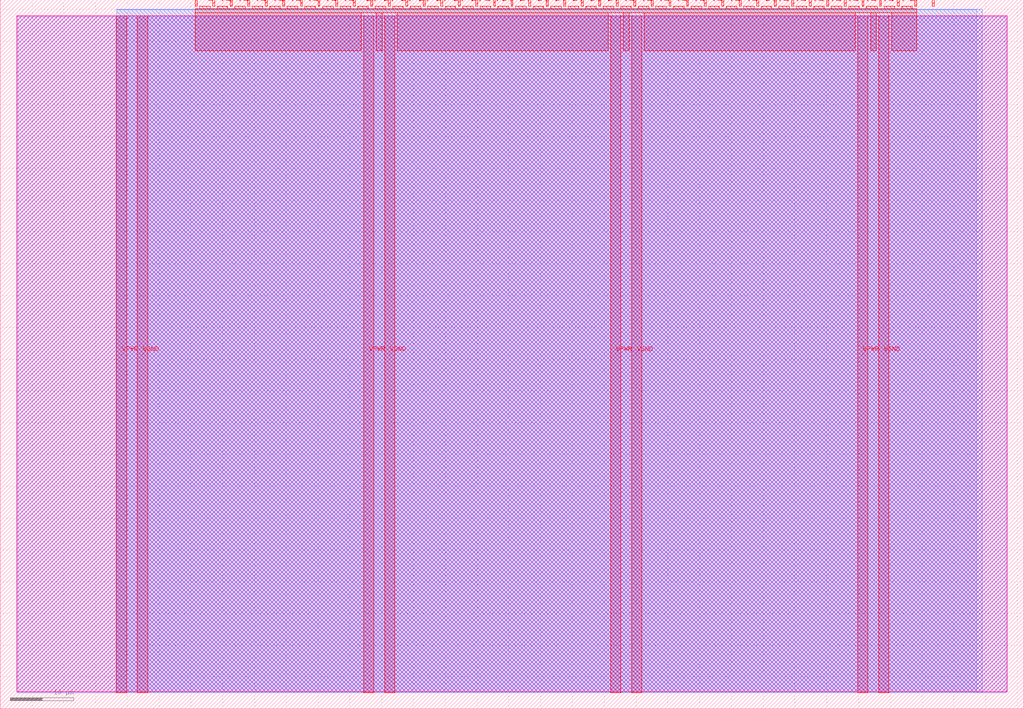
<source format=lef>
VERSION 5.7 ;
  NOWIREEXTENSIONATPIN ON ;
  DIVIDERCHAR "/" ;
  BUSBITCHARS "[]" ;
MACRO tt_um_zedulo_spitest1
  CLASS BLOCK ;
  FOREIGN tt_um_zedulo_spitest1 ;
  ORIGIN 0.000 0.000 ;
  SIZE 161.000 BY 111.520 ;
  PIN VGND
    DIRECTION INOUT ;
    USE GROUND ;
    PORT
      LAYER met4 ;
        RECT 21.580 2.480 23.180 109.040 ;
    END
    PORT
      LAYER met4 ;
        RECT 60.450 2.480 62.050 109.040 ;
    END
    PORT
      LAYER met4 ;
        RECT 99.320 2.480 100.920 109.040 ;
    END
    PORT
      LAYER met4 ;
        RECT 138.190 2.480 139.790 109.040 ;
    END
  END VGND
  PIN VPWR
    DIRECTION INOUT ;
    USE POWER ;
    PORT
      LAYER met4 ;
        RECT 18.280 2.480 19.880 109.040 ;
    END
    PORT
      LAYER met4 ;
        RECT 57.150 2.480 58.750 109.040 ;
    END
    PORT
      LAYER met4 ;
        RECT 96.020 2.480 97.620 109.040 ;
    END
    PORT
      LAYER met4 ;
        RECT 134.890 2.480 136.490 109.040 ;
    END
  END VPWR
  PIN clk
    DIRECTION INPUT ;
    USE SIGNAL ;
    ANTENNAGATEAREA 0.852000 ;
    PORT
      LAYER met4 ;
        RECT 143.830 110.520 144.130 111.520 ;
    END
  END clk
  PIN ena
    DIRECTION INPUT ;
    USE SIGNAL ;
    PORT
      LAYER met4 ;
        RECT 146.590 110.520 146.890 111.520 ;
    END
  END ena
  PIN rst_n
    DIRECTION INPUT ;
    USE SIGNAL ;
    ANTENNAGATEAREA 0.126000 ;
    PORT
      LAYER met4 ;
        RECT 141.070 110.520 141.370 111.520 ;
    END
  END rst_n
  PIN ui_in[0]
    DIRECTION INPUT ;
    USE SIGNAL ;
    ANTENNAGATEAREA 0.196500 ;
    PORT
      LAYER met4 ;
        RECT 138.310 110.520 138.610 111.520 ;
    END
  END ui_in[0]
  PIN ui_in[1]
    DIRECTION INPUT ;
    USE SIGNAL ;
    ANTENNAGATEAREA 0.196500 ;
    PORT
      LAYER met4 ;
        RECT 135.550 110.520 135.850 111.520 ;
    END
  END ui_in[1]
  PIN ui_in[2]
    DIRECTION INPUT ;
    USE SIGNAL ;
    ANTENNAGATEAREA 0.196500 ;
    PORT
      LAYER met4 ;
        RECT 132.790 110.520 133.090 111.520 ;
    END
  END ui_in[2]
  PIN ui_in[3]
    DIRECTION INPUT ;
    USE SIGNAL ;
    PORT
      LAYER met4 ;
        RECT 130.030 110.520 130.330 111.520 ;
    END
  END ui_in[3]
  PIN ui_in[4]
    DIRECTION INPUT ;
    USE SIGNAL ;
    PORT
      LAYER met4 ;
        RECT 127.270 110.520 127.570 111.520 ;
    END
  END ui_in[4]
  PIN ui_in[5]
    DIRECTION INPUT ;
    USE SIGNAL ;
    PORT
      LAYER met4 ;
        RECT 124.510 110.520 124.810 111.520 ;
    END
  END ui_in[5]
  PIN ui_in[6]
    DIRECTION INPUT ;
    USE SIGNAL ;
    PORT
      LAYER met4 ;
        RECT 121.750 110.520 122.050 111.520 ;
    END
  END ui_in[6]
  PIN ui_in[7]
    DIRECTION INPUT ;
    USE SIGNAL ;
    PORT
      LAYER met4 ;
        RECT 118.990 110.520 119.290 111.520 ;
    END
  END ui_in[7]
  PIN uio_in[0]
    DIRECTION INPUT ;
    USE SIGNAL ;
    PORT
      LAYER met4 ;
        RECT 116.230 110.520 116.530 111.520 ;
    END
  END uio_in[0]
  PIN uio_in[1]
    DIRECTION INPUT ;
    USE SIGNAL ;
    PORT
      LAYER met4 ;
        RECT 113.470 110.520 113.770 111.520 ;
    END
  END uio_in[1]
  PIN uio_in[2]
    DIRECTION INPUT ;
    USE SIGNAL ;
    PORT
      LAYER met4 ;
        RECT 110.710 110.520 111.010 111.520 ;
    END
  END uio_in[2]
  PIN uio_in[3]
    DIRECTION INPUT ;
    USE SIGNAL ;
    PORT
      LAYER met4 ;
        RECT 107.950 110.520 108.250 111.520 ;
    END
  END uio_in[3]
  PIN uio_in[4]
    DIRECTION INPUT ;
    USE SIGNAL ;
    PORT
      LAYER met4 ;
        RECT 105.190 110.520 105.490 111.520 ;
    END
  END uio_in[4]
  PIN uio_in[5]
    DIRECTION INPUT ;
    USE SIGNAL ;
    PORT
      LAYER met4 ;
        RECT 102.430 110.520 102.730 111.520 ;
    END
  END uio_in[5]
  PIN uio_in[6]
    DIRECTION INPUT ;
    USE SIGNAL ;
    PORT
      LAYER met4 ;
        RECT 99.670 110.520 99.970 111.520 ;
    END
  END uio_in[6]
  PIN uio_in[7]
    DIRECTION INPUT ;
    USE SIGNAL ;
    PORT
      LAYER met4 ;
        RECT 96.910 110.520 97.210 111.520 ;
    END
  END uio_in[7]
  PIN uio_oe[0]
    DIRECTION OUTPUT ;
    USE SIGNAL ;
    PORT
      LAYER met4 ;
        RECT 49.990 110.520 50.290 111.520 ;
    END
  END uio_oe[0]
  PIN uio_oe[1]
    DIRECTION OUTPUT ;
    USE SIGNAL ;
    PORT
      LAYER met4 ;
        RECT 47.230 110.520 47.530 111.520 ;
    END
  END uio_oe[1]
  PIN uio_oe[2]
    DIRECTION OUTPUT ;
    USE SIGNAL ;
    PORT
      LAYER met4 ;
        RECT 44.470 110.520 44.770 111.520 ;
    END
  END uio_oe[2]
  PIN uio_oe[3]
    DIRECTION OUTPUT ;
    USE SIGNAL ;
    PORT
      LAYER met4 ;
        RECT 41.710 110.520 42.010 111.520 ;
    END
  END uio_oe[3]
  PIN uio_oe[4]
    DIRECTION OUTPUT ;
    USE SIGNAL ;
    PORT
      LAYER met4 ;
        RECT 38.950 110.520 39.250 111.520 ;
    END
  END uio_oe[4]
  PIN uio_oe[5]
    DIRECTION OUTPUT ;
    USE SIGNAL ;
    PORT
      LAYER met4 ;
        RECT 36.190 110.520 36.490 111.520 ;
    END
  END uio_oe[5]
  PIN uio_oe[6]
    DIRECTION OUTPUT ;
    USE SIGNAL ;
    PORT
      LAYER met4 ;
        RECT 33.430 110.520 33.730 111.520 ;
    END
  END uio_oe[6]
  PIN uio_oe[7]
    DIRECTION OUTPUT ;
    USE SIGNAL ;
    PORT
      LAYER met4 ;
        RECT 30.670 110.520 30.970 111.520 ;
    END
  END uio_oe[7]
  PIN uio_out[0]
    DIRECTION OUTPUT ;
    USE SIGNAL ;
    PORT
      LAYER met4 ;
        RECT 72.070 110.520 72.370 111.520 ;
    END
  END uio_out[0]
  PIN uio_out[1]
    DIRECTION OUTPUT ;
    USE SIGNAL ;
    PORT
      LAYER met4 ;
        RECT 69.310 110.520 69.610 111.520 ;
    END
  END uio_out[1]
  PIN uio_out[2]
    DIRECTION OUTPUT ;
    USE SIGNAL ;
    PORT
      LAYER met4 ;
        RECT 66.550 110.520 66.850 111.520 ;
    END
  END uio_out[2]
  PIN uio_out[3]
    DIRECTION OUTPUT ;
    USE SIGNAL ;
    PORT
      LAYER met4 ;
        RECT 63.790 110.520 64.090 111.520 ;
    END
  END uio_out[3]
  PIN uio_out[4]
    DIRECTION OUTPUT ;
    USE SIGNAL ;
    PORT
      LAYER met4 ;
        RECT 61.030 110.520 61.330 111.520 ;
    END
  END uio_out[4]
  PIN uio_out[5]
    DIRECTION OUTPUT ;
    USE SIGNAL ;
    PORT
      LAYER met4 ;
        RECT 58.270 110.520 58.570 111.520 ;
    END
  END uio_out[5]
  PIN uio_out[6]
    DIRECTION OUTPUT ;
    USE SIGNAL ;
    PORT
      LAYER met4 ;
        RECT 55.510 110.520 55.810 111.520 ;
    END
  END uio_out[6]
  PIN uio_out[7]
    DIRECTION OUTPUT ;
    USE SIGNAL ;
    PORT
      LAYER met4 ;
        RECT 52.750 110.520 53.050 111.520 ;
    END
  END uio_out[7]
  PIN uo_out[0]
    DIRECTION OUTPUT ;
    USE SIGNAL ;
    ANTENNADIFFAREA 0.445500 ;
    PORT
      LAYER met4 ;
        RECT 94.150 110.520 94.450 111.520 ;
    END
  END uo_out[0]
  PIN uo_out[1]
    DIRECTION OUTPUT ;
    USE SIGNAL ;
    ANTENNADIFFAREA 0.445500 ;
    PORT
      LAYER met4 ;
        RECT 91.390 110.520 91.690 111.520 ;
    END
  END uo_out[1]
  PIN uo_out[2]
    DIRECTION OUTPUT ;
    USE SIGNAL ;
    ANTENNADIFFAREA 0.445500 ;
    PORT
      LAYER met4 ;
        RECT 88.630 110.520 88.930 111.520 ;
    END
  END uo_out[2]
  PIN uo_out[3]
    DIRECTION OUTPUT ;
    USE SIGNAL ;
    PORT
      LAYER met4 ;
        RECT 85.870 110.520 86.170 111.520 ;
    END
  END uo_out[3]
  PIN uo_out[4]
    DIRECTION OUTPUT ;
    USE SIGNAL ;
    PORT
      LAYER met4 ;
        RECT 83.110 110.520 83.410 111.520 ;
    END
  END uo_out[4]
  PIN uo_out[5]
    DIRECTION OUTPUT ;
    USE SIGNAL ;
    PORT
      LAYER met4 ;
        RECT 80.350 110.520 80.650 111.520 ;
    END
  END uo_out[5]
  PIN uo_out[6]
    DIRECTION OUTPUT ;
    USE SIGNAL ;
    ANTENNADIFFAREA 0.445500 ;
    PORT
      LAYER met4 ;
        RECT 77.590 110.520 77.890 111.520 ;
    END
  END uo_out[6]
  PIN uo_out[7]
    DIRECTION OUTPUT ;
    USE SIGNAL ;
    ANTENNADIFFAREA 0.445500 ;
    PORT
      LAYER met4 ;
        RECT 74.830 110.520 75.130 111.520 ;
    END
  END uo_out[7]
  OBS
      LAYER nwell ;
        RECT 2.570 2.635 158.430 108.990 ;
      LAYER li1 ;
        RECT 2.760 2.635 158.240 108.885 ;
      LAYER met1 ;
        RECT 2.760 2.480 158.240 109.040 ;
      LAYER met2 ;
        RECT 18.310 2.535 154.460 110.005 ;
      LAYER met3 ;
        RECT 18.290 2.555 153.575 109.985 ;
      LAYER met4 ;
        RECT 31.370 110.120 33.030 110.520 ;
        RECT 34.130 110.120 35.790 110.520 ;
        RECT 36.890 110.120 38.550 110.520 ;
        RECT 39.650 110.120 41.310 110.520 ;
        RECT 42.410 110.120 44.070 110.520 ;
        RECT 45.170 110.120 46.830 110.520 ;
        RECT 47.930 110.120 49.590 110.520 ;
        RECT 50.690 110.120 52.350 110.520 ;
        RECT 53.450 110.120 55.110 110.520 ;
        RECT 56.210 110.120 57.870 110.520 ;
        RECT 58.970 110.120 60.630 110.520 ;
        RECT 61.730 110.120 63.390 110.520 ;
        RECT 64.490 110.120 66.150 110.520 ;
        RECT 67.250 110.120 68.910 110.520 ;
        RECT 70.010 110.120 71.670 110.520 ;
        RECT 72.770 110.120 74.430 110.520 ;
        RECT 75.530 110.120 77.190 110.520 ;
        RECT 78.290 110.120 79.950 110.520 ;
        RECT 81.050 110.120 82.710 110.520 ;
        RECT 83.810 110.120 85.470 110.520 ;
        RECT 86.570 110.120 88.230 110.520 ;
        RECT 89.330 110.120 90.990 110.520 ;
        RECT 92.090 110.120 93.750 110.520 ;
        RECT 94.850 110.120 96.510 110.520 ;
        RECT 97.610 110.120 99.270 110.520 ;
        RECT 100.370 110.120 102.030 110.520 ;
        RECT 103.130 110.120 104.790 110.520 ;
        RECT 105.890 110.120 107.550 110.520 ;
        RECT 108.650 110.120 110.310 110.520 ;
        RECT 111.410 110.120 113.070 110.520 ;
        RECT 114.170 110.120 115.830 110.520 ;
        RECT 116.930 110.120 118.590 110.520 ;
        RECT 119.690 110.120 121.350 110.520 ;
        RECT 122.450 110.120 124.110 110.520 ;
        RECT 125.210 110.120 126.870 110.520 ;
        RECT 127.970 110.120 129.630 110.520 ;
        RECT 130.730 110.120 132.390 110.520 ;
        RECT 133.490 110.120 135.150 110.520 ;
        RECT 136.250 110.120 137.910 110.520 ;
        RECT 139.010 110.120 140.670 110.520 ;
        RECT 141.770 110.120 143.430 110.520 ;
        RECT 30.655 109.440 144.145 110.120 ;
        RECT 30.655 103.535 56.750 109.440 ;
        RECT 59.150 103.535 60.050 109.440 ;
        RECT 62.450 103.535 95.620 109.440 ;
        RECT 98.020 103.535 98.920 109.440 ;
        RECT 101.320 103.535 134.490 109.440 ;
        RECT 136.890 103.535 137.790 109.440 ;
        RECT 140.190 103.535 144.145 109.440 ;
  END
END tt_um_zedulo_spitest1
END LIBRARY


</source>
